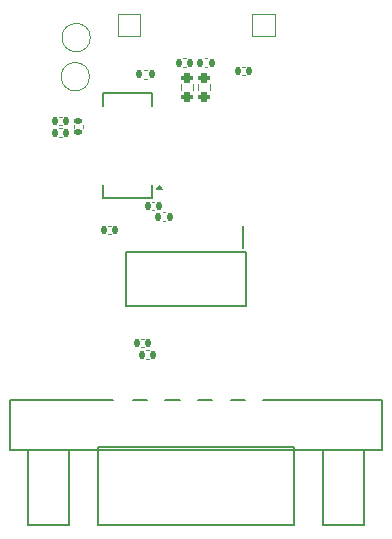
<source format=gbr>
%TF.GenerationSoftware,KiCad,Pcbnew,8.0.3*%
%TF.CreationDate,2024-07-15T16:50:19+10:00*%
%TF.ProjectId,DB9 Serial Expansion Card Rev2,44423920-5365-4726-9961-6c2045787061,rev?*%
%TF.SameCoordinates,Original*%
%TF.FileFunction,Legend,Top*%
%TF.FilePolarity,Positive*%
%FSLAX46Y46*%
G04 Gerber Fmt 4.6, Leading zero omitted, Abs format (unit mm)*
G04 Created by KiCad (PCBNEW 8.0.3) date 2024-07-15 16:50:19*
%MOMM*%
%LPD*%
G01*
G04 APERTURE LIST*
G04 Aperture macros list*
%AMRoundRect*
0 Rectangle with rounded corners*
0 $1 Rounding radius*
0 $2 $3 $4 $5 $6 $7 $8 $9 X,Y pos of 4 corners*
0 Add a 4 corners polygon primitive as box body*
4,1,4,$2,$3,$4,$5,$6,$7,$8,$9,$2,$3,0*
0 Add four circle primitives for the rounded corners*
1,1,$1+$1,$2,$3*
1,1,$1+$1,$4,$5*
1,1,$1+$1,$6,$7*
1,1,$1+$1,$8,$9*
0 Add four rect primitives between the rounded corners*
20,1,$1+$1,$2,$3,$4,$5,0*
20,1,$1+$1,$4,$5,$6,$7,0*
20,1,$1+$1,$6,$7,$8,$9,0*
20,1,$1+$1,$8,$9,$2,$3,0*%
G04 Aperture macros list end*
%ADD10C,0.152400*%
%ADD11C,0.200000*%
%ADD12C,0.120000*%
%ADD13C,0.150000*%
%ADD14C,1.320800*%
%ADD15O,3.750000X1.500000*%
%ADD16R,0.450000X1.800000*%
%ADD17RoundRect,0.140000X0.170000X-0.140000X0.170000X0.140000X-0.170000X0.140000X-0.170000X-0.140000X0*%
%ADD18RoundRect,0.140000X0.140000X0.170000X-0.140000X0.170000X-0.140000X-0.170000X0.140000X-0.170000X0*%
%ADD19RoundRect,0.140000X-0.140000X-0.170000X0.140000X-0.170000X0.140000X0.170000X-0.140000X0.170000X0*%
%ADD20C,2.200000*%
%ADD21C,2.000000*%
%ADD22RoundRect,0.200000X-0.275000X0.200000X-0.275000X-0.200000X0.275000X-0.200000X0.275000X0.200000X0*%
%ADD23RoundRect,0.200000X0.275000X-0.200000X0.275000X0.200000X-0.275000X0.200000X-0.275000X-0.200000X0*%
%ADD24R,1.500000X1.500000*%
%ADD25RoundRect,0.135000X0.135000X0.185000X-0.135000X0.185000X-0.135000X-0.185000X0.135000X-0.185000X0*%
%ADD26R,0.300000X1.000000*%
%ADD27R,0.700000X1.150000*%
%ADD28R,1.200000X0.400000*%
G04 APERTURE END LIST*
D10*
%TO.C,J1*%
X248352600Y-109170000D02*
X248352600Y-104928200D01*
X248352600Y-104928200D02*
X238289566Y-104928200D01*
X246877600Y-115570800D02*
X243372400Y-115570800D01*
X246877600Y-109170000D02*
X246877600Y-115570800D01*
X243372400Y-115570800D02*
X243372400Y-109170000D01*
X240922000Y-115570800D02*
X240922000Y-108916000D01*
X240922000Y-108916000D02*
X224338000Y-108916000D01*
X236790032Y-104928200D02*
X235579967Y-104928200D01*
X234020032Y-104928200D02*
X232809967Y-104928200D01*
X231250033Y-104928200D02*
X230039968Y-104928200D01*
X228480033Y-104928200D02*
X227269968Y-104928200D01*
X225598834Y-104928200D02*
X216907400Y-104928200D01*
X224338000Y-115570800D02*
X240922000Y-115570800D01*
X224338000Y-108916000D02*
X224338000Y-115570800D01*
X221887600Y-115570800D02*
X218382400Y-115570800D01*
X221887600Y-109170000D02*
X221887600Y-115570800D01*
X218382400Y-115570800D02*
X218382400Y-109170000D01*
X216907400Y-109170000D02*
X248352600Y-109170000D01*
X216907400Y-104928200D02*
X216907400Y-109170000D01*
D11*
%TO.C,U2*%
X226710000Y-92420000D02*
X236910000Y-92420000D01*
X226710000Y-97020000D02*
X226710000Y-92420000D01*
X236610000Y-90270000D02*
X236610000Y-92070000D01*
X236910000Y-92420000D02*
X236910000Y-97020000D01*
X236910000Y-97020000D02*
X226710000Y-97020000D01*
D12*
%TO.C,C6*%
X222317500Y-81895836D02*
X222317500Y-81680164D01*
X223037500Y-81895836D02*
X223037500Y-81680164D01*
%TO.C,C4*%
X231777836Y-76050000D02*
X231562164Y-76050000D01*
X231777836Y-76770000D02*
X231562164Y-76770000D01*
%TO.C,C7*%
X229812164Y-89090000D02*
X230027836Y-89090000D01*
X229812164Y-89810000D02*
X230027836Y-89810000D01*
%TO.C,TP4*%
X223620000Y-77590000D02*
G75*
G02*
X221220000Y-77590000I-1200000J0D01*
G01*
X221220000Y-77590000D02*
G75*
G02*
X223620000Y-77590000I1200000J0D01*
G01*
%TO.C,R4*%
X232807500Y-78252742D02*
X232807500Y-78727258D01*
X233852500Y-78252742D02*
X233852500Y-78727258D01*
%TO.C,C5*%
X233382164Y-76050000D02*
X233597836Y-76050000D01*
X233382164Y-76770000D02*
X233597836Y-76770000D01*
%TO.C,C8*%
X228902164Y-88170000D02*
X229117836Y-88170000D01*
X228902164Y-88890000D02*
X229117836Y-88890000D01*
%TO.C,C9*%
X228637836Y-100770000D02*
X228422164Y-100770000D01*
X228637836Y-101490000D02*
X228422164Y-101490000D01*
%TO.C,R5*%
X231327500Y-78727258D02*
X231327500Y-78252742D01*
X232372500Y-78727258D02*
X232372500Y-78252742D01*
%TO.C,C11*%
X228217836Y-99780000D02*
X228002164Y-99780000D01*
X228217836Y-100500000D02*
X228002164Y-100500000D01*
%TO.C,TP3*%
X237390000Y-72260000D02*
X239290000Y-72260000D01*
X237390000Y-74160000D02*
X237390000Y-72260000D01*
X239290000Y-72260000D02*
X239290000Y-74160000D01*
X239290000Y-74160000D02*
X237390000Y-74160000D01*
%TO.C,TP1*%
X225990000Y-72260000D02*
X227890000Y-72260000D01*
X225990000Y-74160000D02*
X225990000Y-72260000D01*
X227890000Y-72260000D02*
X227890000Y-74160000D01*
X227890000Y-74160000D02*
X225990000Y-74160000D01*
%TO.C,R1*%
X228513641Y-77010000D02*
X228206359Y-77010000D01*
X228513641Y-77770000D02*
X228206359Y-77770000D01*
%TO.C,C10*%
X225437836Y-90230000D02*
X225222164Y-90230000D01*
X225437836Y-90950000D02*
X225222164Y-90950000D01*
D13*
%TO.C,U1*%
X224775000Y-78942500D02*
X224775000Y-80052500D01*
X224775000Y-87892500D02*
X224775000Y-86782500D01*
X228925000Y-78942500D02*
X224775000Y-78942500D01*
X228925000Y-78942500D02*
X228925000Y-80052500D01*
X228925000Y-86782500D02*
X228925000Y-87892500D01*
X228925000Y-87892500D02*
X224775000Y-87892500D01*
D12*
X229727500Y-87112500D02*
X229247500Y-87112500D01*
X229487500Y-86782500D01*
X229727500Y-87112500D01*
G36*
X229727500Y-87112500D02*
G01*
X229247500Y-87112500D01*
X229487500Y-86782500D01*
X229727500Y-87112500D01*
G37*
%TO.C,C3*%
X236572164Y-76760000D02*
X236787836Y-76760000D01*
X236572164Y-77480000D02*
X236787836Y-77480000D01*
%TO.C,C2*%
X221257836Y-80970500D02*
X221042164Y-80970500D01*
X221257836Y-81690500D02*
X221042164Y-81690500D01*
%TO.C,C1*%
X221257836Y-81960500D02*
X221042164Y-81960500D01*
X221257836Y-82680500D02*
X221042164Y-82680500D01*
%TO.C,TP1*%
X223690000Y-74280000D02*
G75*
G02*
X221290000Y-74280000I-1200000J0D01*
G01*
X221290000Y-74280000D02*
G75*
G02*
X223690000Y-74280000I1200000J0D01*
G01*
%TD*%
%LPC*%
D14*
%TO.C,J1*%
X226490001Y-105542999D03*
X229260000Y-105542999D03*
X232030000Y-105542999D03*
X234800000Y-105542999D03*
X237569999Y-105542999D03*
X227875002Y-106543000D03*
X230645001Y-106543000D03*
X233415001Y-106543000D03*
X236185001Y-106543000D03*
D15*
X245125000Y-107243000D03*
X220135000Y-107243000D03*
%TD*%
D16*
%TO.C,U2*%
X236035000Y-91170000D03*
X235385000Y-91170000D03*
X234735000Y-91170000D03*
X234085000Y-91170000D03*
X233435000Y-91170000D03*
X232785000Y-91170000D03*
X232135000Y-91170000D03*
X231485000Y-91170000D03*
X230835000Y-91170000D03*
X230185000Y-91170000D03*
X229535000Y-91170000D03*
X228885000Y-91170000D03*
X228235000Y-91170000D03*
X227585000Y-91170000D03*
X227585000Y-98270000D03*
X228235000Y-98270000D03*
X228885000Y-98270000D03*
X229535000Y-98270000D03*
X230185000Y-98270000D03*
X230835000Y-98270000D03*
X231485000Y-98270000D03*
X232135000Y-98270000D03*
X232785000Y-98270000D03*
X233435000Y-98270000D03*
X234085000Y-98270000D03*
X234735000Y-98270000D03*
X235385000Y-98270000D03*
X236035000Y-98270000D03*
%TD*%
D17*
%TO.C,C6*%
X222677500Y-82268000D03*
X222677500Y-81308000D03*
%TD*%
D18*
%TO.C,C4*%
X232150000Y-76410000D03*
X231190000Y-76410000D03*
%TD*%
D19*
%TO.C,C7*%
X229440000Y-89450000D03*
X230400000Y-89450000D03*
%TD*%
D20*
%TO.C,H2*%
X243940000Y-91710000D03*
%TD*%
D21*
%TO.C,TP4*%
X222420000Y-77590000D03*
%TD*%
D22*
%TO.C,R4*%
X233330000Y-77665000D03*
X233330000Y-79315000D03*
%TD*%
D19*
%TO.C,C5*%
X233010000Y-76410000D03*
X233970000Y-76410000D03*
%TD*%
%TO.C,C8*%
X228530000Y-88530000D03*
X229490000Y-88530000D03*
%TD*%
D18*
%TO.C,C9*%
X229010000Y-101130000D03*
X228050000Y-101130000D03*
%TD*%
D23*
%TO.C,R5*%
X231850000Y-79315000D03*
X231850000Y-77665000D03*
%TD*%
D18*
%TO.C,C11*%
X228590000Y-100140000D03*
X227630000Y-100140000D03*
%TD*%
D24*
%TO.C,TP3*%
X238340000Y-73210000D03*
%TD*%
%TO.C,TP1*%
X226940000Y-73210000D03*
%TD*%
D25*
%TO.C,R1*%
X228870000Y-77390000D03*
X227850000Y-77390000D03*
%TD*%
D26*
%TO.C,P1*%
X229890000Y-74250000D03*
X230390000Y-74250000D03*
X230890000Y-74250000D03*
X231390000Y-74250000D03*
X231890000Y-74250000D03*
X232390000Y-74250000D03*
X232890000Y-74250000D03*
X233390000Y-74250000D03*
X233890000Y-74250000D03*
X234390000Y-74250000D03*
X234890000Y-74250000D03*
X235390000Y-74250000D03*
D27*
X229220000Y-75090000D03*
%TD*%
D18*
%TO.C,C10*%
X225810000Y-90590000D03*
X224850000Y-90590000D03*
%TD*%
D28*
%TO.C,U1*%
X229450000Y-86275000D03*
X229450000Y-85640000D03*
X229450000Y-85005000D03*
X229450000Y-84370000D03*
X229450000Y-83735000D03*
X229450000Y-83100000D03*
X229450000Y-82465000D03*
X229450000Y-81830000D03*
X229450000Y-81195000D03*
X229450000Y-80560000D03*
X224250000Y-80560000D03*
X224250000Y-81195000D03*
X224250000Y-81830000D03*
X224250000Y-82465000D03*
X224250000Y-83100000D03*
X224250000Y-83735000D03*
X224250000Y-84370000D03*
X224250000Y-85005000D03*
X224250000Y-85640000D03*
X224250000Y-86275000D03*
%TD*%
D19*
%TO.C,C3*%
X236200000Y-77120000D03*
X237160000Y-77120000D03*
%TD*%
D20*
%TO.C,H1*%
X221340000Y-91710000D03*
%TD*%
D18*
%TO.C,C2*%
X221630000Y-81330500D03*
X220670000Y-81330500D03*
%TD*%
D20*
%TO.C,H1*%
X221340000Y-91710000D03*
%TD*%
D18*
%TO.C,C1*%
X221630000Y-82320500D03*
X220670000Y-82320500D03*
%TD*%
D21*
%TO.C,TP1*%
X222490000Y-74280000D03*
%TD*%
%LPD*%
M02*

</source>
